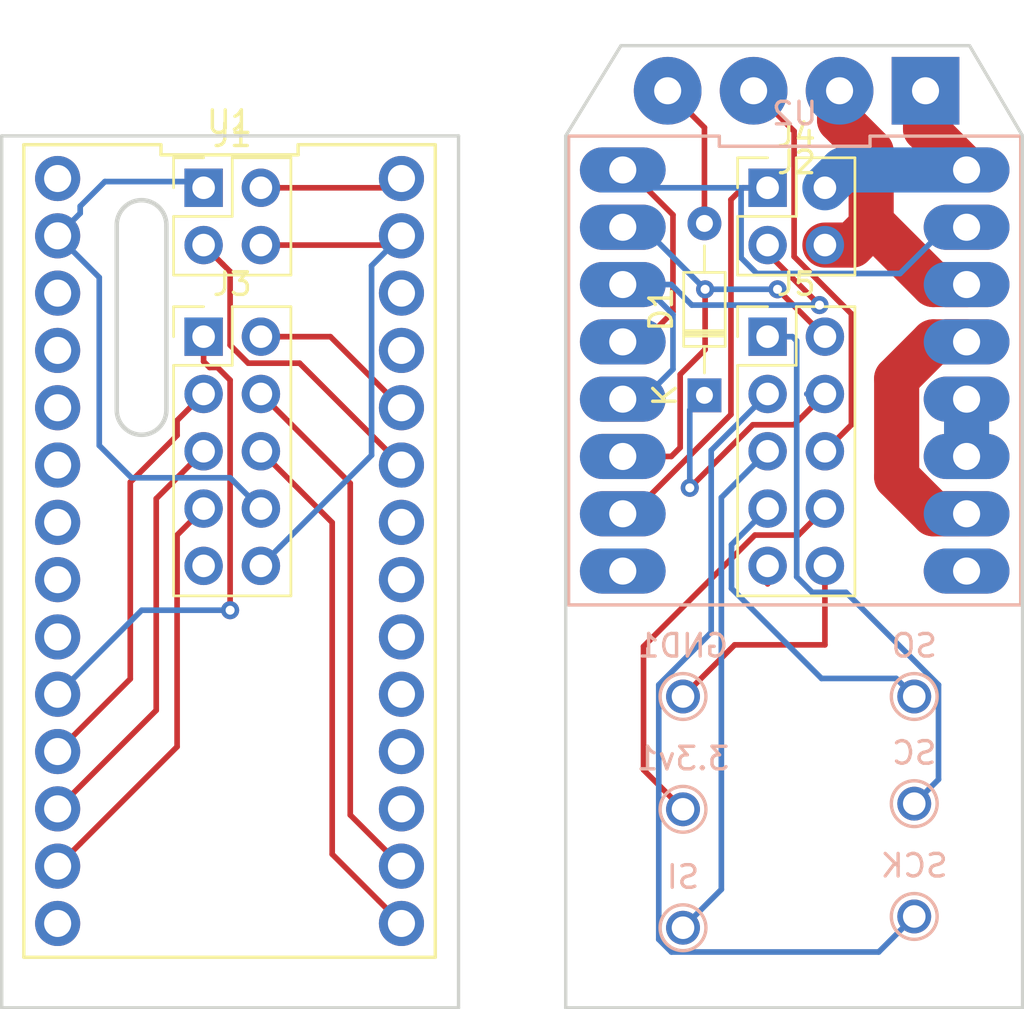
<source format=kicad_pcb>
(kicad_pcb (version 20171130) (host pcbnew 5.1.5+dfsg1-2build2)

  (general
    (thickness 1.6)
    (drawings 14)
    (tracks 173)
    (zones 0)
    (modules 14)
    (nets 28)
  )

  (page A4)
  (layers
    (0 F.Cu signal)
    (31 B.Cu signal)
    (32 B.Adhes user)
    (33 F.Adhes user)
    (34 B.Paste user)
    (35 F.Paste user)
    (36 B.SilkS user)
    (37 F.SilkS user)
    (38 B.Mask user)
    (39 F.Mask user)
    (40 Dwgs.User user)
    (41 Cmts.User user)
    (42 Eco1.User user)
    (43 Eco2.User user)
    (44 Edge.Cuts user)
    (45 Margin user)
    (46 B.CrtYd user)
    (47 F.CrtYd user)
    (48 B.Fab user)
    (49 F.Fab user)
  )

  (setup
    (last_trace_width 0.25)
    (trace_clearance 0.2)
    (zone_clearance 0.508)
    (zone_45_only no)
    (trace_min 0.2)
    (via_size 0.8)
    (via_drill 0.4)
    (via_min_size 0.4)
    (via_min_drill 0.3)
    (uvia_size 0.3)
    (uvia_drill 0.1)
    (uvias_allowed no)
    (uvia_min_size 0.2)
    (uvia_min_drill 0.1)
    (edge_width 0.2)
    (segment_width 0.2)
    (pcb_text_width 0.3)
    (pcb_text_size 1.5 1.5)
    (mod_edge_width 0.15)
    (mod_text_size 1 1)
    (mod_text_width 0.15)
    (pad_size 1.524 1.524)
    (pad_drill 0.762)
    (pad_to_mask_clearance 0.051)
    (solder_mask_min_width 0.25)
    (aux_axis_origin 0 0)
    (visible_elements FFFFFF7F)
    (pcbplotparams
      (layerselection 0x010f0_ffffffff)
      (usegerberextensions false)
      (usegerberattributes false)
      (usegerberadvancedattributes false)
      (creategerberjobfile false)
      (excludeedgelayer true)
      (linewidth 0.100000)
      (plotframeref false)
      (viasonmask false)
      (mode 1)
      (useauxorigin false)
      (hpglpennumber 1)
      (hpglpenspeed 20)
      (hpglpendiameter 15.000000)
      (psnegative false)
      (psa4output false)
      (plotreference true)
      (plotvalue true)
      (plotinvisibletext false)
      (padsonsilk false)
      (subtractmaskfromsilk false)
      (outputformat 1)
      (mirror false)
      (drillshape 0)
      (scaleselection 1)
      (outputdirectory ""))
  )

  (net 0 "")
  (net 1 "Net-(J3-Pad2)")
  (net 2 +BATT)
  (net 3 "Net-(J1-Pad3)")
  (net 4 "Net-(J1-Pad4)")
  (net 5 "Net-(D1-Pad1)")
  (net 6 "Net-(J2-Pad3)")
  (net 7 "Net-(J3-Pad1)")
  (net 8 "Net-(D1-Pad2)")
  (net 9 "Net-(J1-Pad2)")
  (net 10 "Net-(J3-Pad3)")
  (net 11 "Net-(J3-Pad4)")
  (net 12 "Net-(J3-Pad5)")
  (net 13 "Net-(J5-Pad1)")
  (net 14 "Net-(J5-Pad5)")
  (net 15 "Net-(J5-Pad3)")
  (net 16 "Net-(J5-Pad2)")
  (net 17 "Net-(J4-Pad3)")
  (net 18 "Net-(J3-Pad7)")
  (net 19 "Net-(J3-Pad6)")
  (net 20 "Net-(J5-Pad7)")
  (net 21 "Net-(J1-Pad1)")
  (net 22 +3.3VP)
  (net 23 GNDPWR)
  (net 24 M-)
  (net 25 M+)
  (net 26 "Net-(3.3v1-Pad1)")
  (net 27 "Net-(GND1-Pad1)")

  (net_class Default "This is the default net class."
    (clearance 0.2)
    (trace_width 0.25)
    (via_dia 0.8)
    (via_drill 0.4)
    (uvia_dia 0.3)
    (uvia_drill 0.1)
    (add_net +3.3VP)
    (add_net M+)
    (add_net M-)
    (add_net "Net-(3.3v1-Pad1)")
    (add_net "Net-(D1-Pad1)")
    (add_net "Net-(D1-Pad2)")
    (add_net "Net-(GND1-Pad1)")
    (add_net "Net-(J1-Pad1)")
    (add_net "Net-(J1-Pad2)")
    (add_net "Net-(J1-Pad3)")
    (add_net "Net-(J1-Pad4)")
    (add_net "Net-(J2-Pad3)")
    (add_net "Net-(J3-Pad1)")
    (add_net "Net-(J3-Pad2)")
    (add_net "Net-(J3-Pad3)")
    (add_net "Net-(J3-Pad4)")
    (add_net "Net-(J3-Pad5)")
    (add_net "Net-(J3-Pad6)")
    (add_net "Net-(J3-Pad7)")
    (add_net "Net-(J4-Pad3)")
    (add_net "Net-(J5-Pad1)")
    (add_net "Net-(J5-Pad2)")
    (add_net "Net-(J5-Pad3)")
    (add_net "Net-(J5-Pad5)")
    (add_net "Net-(J5-Pad7)")
  )

  (net_class Power ""
    (clearance 0.2)
    (trace_width 2)
    (via_dia 2)
    (via_drill 0.8)
    (uvia_dia 0.3)
    (uvia_drill 0.1)
    (add_net +BATT)
    (add_net GNDPWR)
  )

  (module Connector_Wire:SolderWirePad_1x01_Pad1.5mm_Drill1mm (layer B.Cu) (tedit 5D6A6CA3) (tstamp 60808BFC)
    (at 53.5 47.5)
    (path /60828589)
    (fp_text reference GND1 (at 0 -2.25) (layer B.SilkS)
      (effects (font (size 1 1) (thickness 0.15)) (justify mirror))
    )
    (fp_text value Conn_01x01 (at 0 2.25) (layer B.Fab)
      (effects (font (size 1 1) (thickness 0.15)) (justify mirror))
    )
    (fp_circle (center 0 0) (end 1.143 -0.508) (layer B.CrtYd) (width 0.15))
    (fp_circle (center 0 0) (end 1.016 0) (layer B.SilkS) (width 0.15))
    (pad 1 thru_hole circle (at 0 0) (size 1.5 1.5) (drill 1) (layers *.Cu *.Mask)
      (net 27 "Net-(GND1-Pad1)"))
  )

  (module Connector_Wire:SolderWirePad_1x01_Pad1.5mm_Drill1mm (layer B.Cu) (tedit 5D6A6CA3) (tstamp 60807064)
    (at 53.5 52.5)
    (path /60828583)
    (fp_text reference 3.3v1 (at 0 -2.25) (layer B.SilkS)
      (effects (font (size 1 1) (thickness 0.15)) (justify mirror))
    )
    (fp_text value Conn_01x01 (at 0 2.25) (layer B.Fab)
      (effects (font (size 1 1) (thickness 0.15)) (justify mirror))
    )
    (fp_circle (center 0 0) (end 1.143 -0.508) (layer B.CrtYd) (width 0.15))
    (fp_circle (center 0 0) (end 1.016 0) (layer B.SilkS) (width 0.15))
    (pad 1 thru_hole circle (at 0 0) (size 1.5 1.5) (drill 1) (layers *.Cu *.Mask)
      (net 26 "Net-(3.3v1-Pad1)"))
  )

  (module Connector_PinHeader_2.54mm:PinHeader_2x02_P2.54mm_Vertical (layer F.Cu) (tedit 59FED5CC) (tstamp 5D7102A8)
    (at 32.25 24.95)
    (descr "Through hole straight pin header, 2x02, 2.54mm pitch, double rows")
    (tags "Through hole pin header THT 2x02 2.54mm double row")
    (path /5D83791E)
    (fp_text reference J1 (at 1.27 -2.33) (layer F.SilkS)
      (effects (font (size 1 1) (thickness 0.15)))
    )
    (fp_text value Conn_02x02_Odd_Even (at 1.27 4.87) (layer F.Fab)
      (effects (font (size 1 1) (thickness 0.15)))
    )
    (fp_text user %R (at 1.27 1.27 90) (layer F.Fab)
      (effects (font (size 1 1) (thickness 0.15)))
    )
    (fp_line (start 4.35 -1.8) (end -1.8 -1.8) (layer F.CrtYd) (width 0.05))
    (fp_line (start 4.35 4.35) (end 4.35 -1.8) (layer F.CrtYd) (width 0.05))
    (fp_line (start -1.8 4.35) (end 4.35 4.35) (layer F.CrtYd) (width 0.05))
    (fp_line (start -1.8 -1.8) (end -1.8 4.35) (layer F.CrtYd) (width 0.05))
    (fp_line (start -1.33 -1.33) (end 0 -1.33) (layer F.SilkS) (width 0.12))
    (fp_line (start -1.33 0) (end -1.33 -1.33) (layer F.SilkS) (width 0.12))
    (fp_line (start 1.27 -1.33) (end 3.87 -1.33) (layer F.SilkS) (width 0.12))
    (fp_line (start 1.27 1.27) (end 1.27 -1.33) (layer F.SilkS) (width 0.12))
    (fp_line (start -1.33 1.27) (end 1.27 1.27) (layer F.SilkS) (width 0.12))
    (fp_line (start 3.87 -1.33) (end 3.87 3.87) (layer F.SilkS) (width 0.12))
    (fp_line (start -1.33 1.27) (end -1.33 3.87) (layer F.SilkS) (width 0.12))
    (fp_line (start -1.33 3.87) (end 3.87 3.87) (layer F.SilkS) (width 0.12))
    (fp_line (start -1.27 0) (end 0 -1.27) (layer F.Fab) (width 0.1))
    (fp_line (start -1.27 3.81) (end -1.27 0) (layer F.Fab) (width 0.1))
    (fp_line (start 3.81 3.81) (end -1.27 3.81) (layer F.Fab) (width 0.1))
    (fp_line (start 3.81 -1.27) (end 3.81 3.81) (layer F.Fab) (width 0.1))
    (fp_line (start 0 -1.27) (end 3.81 -1.27) (layer F.Fab) (width 0.1))
    (pad 4 thru_hole oval (at 2.54 2.54) (size 1.7 1.7) (drill 1) (layers *.Cu *.Mask)
      (net 4 "Net-(J1-Pad4)"))
    (pad 3 thru_hole oval (at 0 2.54) (size 1.7 1.7) (drill 1) (layers *.Cu *.Mask)
      (net 3 "Net-(J1-Pad3)"))
    (pad 2 thru_hole oval (at 2.54 0) (size 1.7 1.7) (drill 1) (layers *.Cu *.Mask)
      (net 9 "Net-(J1-Pad2)"))
    (pad 1 thru_hole rect (at 0 0) (size 1.7 1.7) (drill 1) (layers *.Cu *.Mask)
      (net 21 "Net-(J1-Pad1)"))
    (model ${KISYS3DMOD}/Connector_PinHeader_2.54mm.3dshapes/PinHeader_2x02_P2.54mm_Vertical.wrl
      (at (xyz 0 0 0))
      (scale (xyz 1 1 1))
      (rotate (xyz 0 0 0))
    )
  )

  (module Connector_Wire:SolderWirePad_1x01_Pad1.5mm_Drill1mm (layer B.Cu) (tedit 5D6A6CA3) (tstamp 5D7485DB)
    (at 63.75 52.25)
    (path /5D815687)
    (fp_text reference SC (at 0 -2.25) (layer B.SilkS)
      (effects (font (size 1 1) (thickness 0.15)) (justify mirror))
    )
    (fp_text value Conn_01x01 (at 0 2.25) (layer B.Fab)
      (effects (font (size 1 1) (thickness 0.15)) (justify mirror))
    )
    (fp_circle (center 0 0) (end 1.143 -0.508) (layer B.CrtYd) (width 0.15))
    (fp_circle (center 0 0) (end 1.016 0) (layer B.SilkS) (width 0.15))
    (pad 1 thru_hole circle (at 0 0) (size 1.5 1.5) (drill 1) (layers *.Cu *.Mask)
      (net 13 "Net-(J5-Pad1)"))
  )

  (module Connector_Wire:SolderWirePad_1x01_Pad1.5mm_Drill1mm (layer B.Cu) (tedit 5D6A6CA3) (tstamp 5D7485D5)
    (at 63.75 57.25)
    (path /5D81111A)
    (fp_text reference SCK (at 0 -2.25) (layer B.SilkS)
      (effects (font (size 1 1) (thickness 0.15)) (justify mirror))
    )
    (fp_text value Conn_01x01 (at 0 2.25) (layer B.Fab)
      (effects (font (size 1 1) (thickness 0.15)) (justify mirror))
    )
    (fp_circle (center 0 0) (end 1.016 0) (layer B.SilkS) (width 0.15))
    (fp_circle (center 0 0) (end 1.143 -0.508) (layer B.CrtYd) (width 0.15))
    (pad 1 thru_hole circle (at 0 0) (size 1.5 1.5) (drill 1) (layers *.Cu *.Mask)
      (net 15 "Net-(J5-Pad3)"))
  )

  (module Connector_Wire:SolderWirePad_1x01_Pad1.5mm_Drill1mm (layer B.Cu) (tedit 5D6A6CA3) (tstamp 5D7485CF)
    (at 53.5 57.75)
    (path /5D80CBAF)
    (fp_text reference SI (at 0 -2.25) (layer B.SilkS)
      (effects (font (size 1 1) (thickness 0.15)) (justify mirror))
    )
    (fp_text value Conn_01x01 (at 0 2.25) (layer B.Fab)
      (effects (font (size 1 1) (thickness 0.15)) (justify mirror))
    )
    (fp_circle (center 0 0) (end 1.143 -0.508) (layer B.CrtYd) (width 0.15))
    (fp_circle (center 0 0) (end 1.016 0) (layer B.SilkS) (width 0.15))
    (pad 1 thru_hole circle (at 0 0) (size 1.5 1.5) (drill 1) (layers *.Cu *.Mask)
      (net 14 "Net-(J5-Pad5)"))
  )

  (module Connector_Wire:SolderWirePad_1x01_Pad1.5mm_Drill1mm (layer B.Cu) (tedit 5D6A6CA3) (tstamp 5D7485C9)
    (at 63.75 47.5)
    (path /5D80CB38)
    (fp_text reference SO (at 0 -2.25) (layer B.SilkS)
      (effects (font (size 1 1) (thickness 0.15)) (justify mirror))
    )
    (fp_text value Conn_01x01 (at 0 2.25) (layer B.Fab)
      (effects (font (size 1 1) (thickness 0.15)) (justify mirror))
    )
    (fp_circle (center 0 0) (end 1.016 0) (layer B.SilkS) (width 0.15))
    (fp_circle (center 0 0) (end 1.143 -0.508) (layer B.CrtYd) (width 0.15))
    (pad 1 thru_hole circle (at 0 0) (size 1.5 1.5) (drill 1) (layers *.Cu *.Mask)
      (net 20 "Net-(J5-Pad7)"))
  )

  (module Connector_PinHeader_2.54mm:PinHeader_2x02_P2.54mm_Vertical (layer F.Cu) (tedit 59FED5CC) (tstamp 5D748A68)
    (at 57.25 24.95)
    (descr "Through hole straight pin header, 2x02, 2.54mm pitch, double rows")
    (tags "Through hole pin header THT 2x02 2.54mm double row")
    (path /5D84BF83)
    (fp_text reference J4 (at 1.27 -2.33) (layer F.SilkS)
      (effects (font (size 1 1) (thickness 0.15)))
    )
    (fp_text value Conn_02x02_Odd_Even (at 1.27 4.87) (layer F.Fab)
      (effects (font (size 1 1) (thickness 0.15)))
    )
    (fp_text user %R (at 1.27 1.27 90) (layer F.Fab)
      (effects (font (size 1 1) (thickness 0.15)))
    )
    (fp_line (start 4.35 -1.8) (end -1.8 -1.8) (layer F.CrtYd) (width 0.05))
    (fp_line (start 4.35 4.35) (end 4.35 -1.8) (layer F.CrtYd) (width 0.05))
    (fp_line (start -1.8 4.35) (end 4.35 4.35) (layer F.CrtYd) (width 0.05))
    (fp_line (start -1.8 -1.8) (end -1.8 4.35) (layer F.CrtYd) (width 0.05))
    (fp_line (start -1.33 -1.33) (end 0 -1.33) (layer F.SilkS) (width 0.12))
    (fp_line (start -1.33 0) (end -1.33 -1.33) (layer F.SilkS) (width 0.12))
    (fp_line (start 1.27 -1.33) (end 3.87 -1.33) (layer F.SilkS) (width 0.12))
    (fp_line (start 1.27 1.27) (end 1.27 -1.33) (layer F.SilkS) (width 0.12))
    (fp_line (start -1.33 1.27) (end 1.27 1.27) (layer F.SilkS) (width 0.12))
    (fp_line (start 3.87 -1.33) (end 3.87 3.87) (layer F.SilkS) (width 0.12))
    (fp_line (start -1.33 1.27) (end -1.33 3.87) (layer F.SilkS) (width 0.12))
    (fp_line (start -1.33 3.87) (end 3.87 3.87) (layer F.SilkS) (width 0.12))
    (fp_line (start -1.27 0) (end 0 -1.27) (layer F.Fab) (width 0.1))
    (fp_line (start -1.27 3.81) (end -1.27 0) (layer F.Fab) (width 0.1))
    (fp_line (start 3.81 3.81) (end -1.27 3.81) (layer F.Fab) (width 0.1))
    (fp_line (start 3.81 -1.27) (end 3.81 3.81) (layer F.Fab) (width 0.1))
    (fp_line (start 0 -1.27) (end 3.81 -1.27) (layer F.Fab) (width 0.1))
    (pad 4 thru_hole oval (at 2.54 2.54) (size 1.7 1.7) (drill 1) (layers *.Cu *.Mask)
      (net 23 GNDPWR))
    (pad 3 thru_hole oval (at 0 2.54) (size 1.7 1.7) (drill 1) (layers *.Cu *.Mask)
      (net 17 "Net-(J4-Pad3)"))
    (pad 2 thru_hole oval (at 2.54 0) (size 1.7 1.7) (drill 1) (layers *.Cu *.Mask)
      (net 2 +BATT))
    (pad 1 thru_hole rect (at 0 0) (size 1.7 1.7) (drill 1) (layers *.Cu *.Mask)
      (net 22 +3.3VP))
    (model ${KISYS3DMOD}/Connector_PinHeader_2.54mm.3dshapes/PinHeader_2x02_P2.54mm_Vertical.wrl
      (at (xyz 0 0 0))
      (scale (xyz 1 1 1))
      (rotate (xyz 0 0 0))
    )
  )

  (module Connector_PinHeader_2.54mm:PinHeader_2x05_P2.54mm_Vertical (layer F.Cu) (tedit 59FED5CC) (tstamp 5D7102A7)
    (at 57.25 31.55)
    (descr "Through hole straight pin header, 2x05, 2.54mm pitch, double rows")
    (tags "Through hole pin header THT 2x05 2.54mm double row")
    (path /5D851177)
    (fp_text reference J5 (at 1.27 -2.33) (layer F.SilkS)
      (effects (font (size 1 1) (thickness 0.15)))
    )
    (fp_text value Conn_02x05_Odd_Even (at 1.27 12.49) (layer F.Fab)
      (effects (font (size 1 1) (thickness 0.15)))
    )
    (fp_text user %R (at 1.27 5.08 90) (layer F.Fab)
      (effects (font (size 1 1) (thickness 0.15)))
    )
    (fp_line (start 4.35 -1.8) (end -1.8 -1.8) (layer F.CrtYd) (width 0.05))
    (fp_line (start 4.35 11.95) (end 4.35 -1.8) (layer F.CrtYd) (width 0.05))
    (fp_line (start -1.8 11.95) (end 4.35 11.95) (layer F.CrtYd) (width 0.05))
    (fp_line (start -1.8 -1.8) (end -1.8 11.95) (layer F.CrtYd) (width 0.05))
    (fp_line (start -1.33 -1.33) (end 0 -1.33) (layer F.SilkS) (width 0.12))
    (fp_line (start -1.33 0) (end -1.33 -1.33) (layer F.SilkS) (width 0.12))
    (fp_line (start 1.27 -1.33) (end 3.87 -1.33) (layer F.SilkS) (width 0.12))
    (fp_line (start 1.27 1.27) (end 1.27 -1.33) (layer F.SilkS) (width 0.12))
    (fp_line (start -1.33 1.27) (end 1.27 1.27) (layer F.SilkS) (width 0.12))
    (fp_line (start 3.87 -1.33) (end 3.87 11.49) (layer F.SilkS) (width 0.12))
    (fp_line (start -1.33 1.27) (end -1.33 11.49) (layer F.SilkS) (width 0.12))
    (fp_line (start -1.33 11.49) (end 3.87 11.49) (layer F.SilkS) (width 0.12))
    (fp_line (start -1.27 0) (end 0 -1.27) (layer F.Fab) (width 0.1))
    (fp_line (start -1.27 11.43) (end -1.27 0) (layer F.Fab) (width 0.1))
    (fp_line (start 3.81 11.43) (end -1.27 11.43) (layer F.Fab) (width 0.1))
    (fp_line (start 3.81 -1.27) (end 3.81 11.43) (layer F.Fab) (width 0.1))
    (fp_line (start 0 -1.27) (end 3.81 -1.27) (layer F.Fab) (width 0.1))
    (pad 10 thru_hole oval (at 2.54 10.16) (size 1.7 1.7) (drill 1) (layers *.Cu *.Mask)
      (net 27 "Net-(GND1-Pad1)"))
    (pad 9 thru_hole oval (at 0 10.16) (size 1.7 1.7) (drill 1) (layers *.Cu *.Mask))
    (pad 8 thru_hole oval (at 2.54 7.62) (size 1.7 1.7) (drill 1) (layers *.Cu *.Mask)
      (net 26 "Net-(3.3v1-Pad1)"))
    (pad 7 thru_hole oval (at 0 7.62) (size 1.7 1.7) (drill 1) (layers *.Cu *.Mask)
      (net 20 "Net-(J5-Pad7)"))
    (pad 6 thru_hole oval (at 2.54 5.08) (size 1.7 1.7) (drill 1) (layers *.Cu *.Mask)
      (net 6 "Net-(J2-Pad3)"))
    (pad 5 thru_hole oval (at 0 5.08) (size 1.7 1.7) (drill 1) (layers *.Cu *.Mask)
      (net 14 "Net-(J5-Pad5)"))
    (pad 4 thru_hole oval (at 2.54 2.54) (size 1.7 1.7) (drill 1) (layers *.Cu *.Mask)
      (net 5 "Net-(D1-Pad1)"))
    (pad 3 thru_hole oval (at 0 2.54) (size 1.7 1.7) (drill 1) (layers *.Cu *.Mask)
      (net 15 "Net-(J5-Pad3)"))
    (pad 2 thru_hole oval (at 2.54 0) (size 1.7 1.7) (drill 1) (layers *.Cu *.Mask)
      (net 16 "Net-(J5-Pad2)"))
    (pad 1 thru_hole rect (at 0 0) (size 1.7 1.7) (drill 1) (layers *.Cu *.Mask)
      (net 13 "Net-(J5-Pad1)"))
    (model ${KISYS3DMOD}/Connector_PinHeader_2.54mm.3dshapes/PinHeader_2x05_P2.54mm_Vertical.wrl
      (at (xyz 0 0 0))
      (scale (xyz 1 1 1))
      (rotate (xyz 0 0 0))
    )
  )

  (module Connector_PinHeader_2.54mm:PinHeader_2x05_P2.54mm_Vertical (layer F.Cu) (tedit 59FED5CC) (tstamp 5D710269)
    (at 32.25 31.55)
    (descr "Through hole straight pin header, 2x05, 2.54mm pitch, double rows")
    (tags "Through hole pin header THT 2x05 2.54mm double row")
    (path /5D837975)
    (fp_text reference J3 (at 1.27 -2.33) (layer F.SilkS)
      (effects (font (size 1 1) (thickness 0.15)))
    )
    (fp_text value Conn_02x05_Odd_Even (at 1.27 12.49) (layer F.Fab)
      (effects (font (size 1 1) (thickness 0.15)))
    )
    (fp_text user %R (at 1.27 5.08 90) (layer F.Fab)
      (effects (font (size 1 1) (thickness 0.15)))
    )
    (fp_line (start 4.35 -1.8) (end -1.8 -1.8) (layer F.CrtYd) (width 0.05))
    (fp_line (start 4.35 11.95) (end 4.35 -1.8) (layer F.CrtYd) (width 0.05))
    (fp_line (start -1.8 11.95) (end 4.35 11.95) (layer F.CrtYd) (width 0.05))
    (fp_line (start -1.8 -1.8) (end -1.8 11.95) (layer F.CrtYd) (width 0.05))
    (fp_line (start -1.33 -1.33) (end 0 -1.33) (layer F.SilkS) (width 0.12))
    (fp_line (start -1.33 0) (end -1.33 -1.33) (layer F.SilkS) (width 0.12))
    (fp_line (start 1.27 -1.33) (end 3.87 -1.33) (layer F.SilkS) (width 0.12))
    (fp_line (start 1.27 1.27) (end 1.27 -1.33) (layer F.SilkS) (width 0.12))
    (fp_line (start -1.33 1.27) (end 1.27 1.27) (layer F.SilkS) (width 0.12))
    (fp_line (start 3.87 -1.33) (end 3.87 11.49) (layer F.SilkS) (width 0.12))
    (fp_line (start -1.33 1.27) (end -1.33 11.49) (layer F.SilkS) (width 0.12))
    (fp_line (start -1.33 11.49) (end 3.87 11.49) (layer F.SilkS) (width 0.12))
    (fp_line (start -1.27 0) (end 0 -1.27) (layer F.Fab) (width 0.1))
    (fp_line (start -1.27 11.43) (end -1.27 0) (layer F.Fab) (width 0.1))
    (fp_line (start 3.81 11.43) (end -1.27 11.43) (layer F.Fab) (width 0.1))
    (fp_line (start 3.81 -1.27) (end 3.81 11.43) (layer F.Fab) (width 0.1))
    (fp_line (start 0 -1.27) (end 3.81 -1.27) (layer F.Fab) (width 0.1))
    (pad 10 thru_hole oval (at 2.54 10.16) (size 1.7 1.7) (drill 1) (layers *.Cu *.Mask)
      (net 4 "Net-(J1-Pad4)"))
    (pad 9 thru_hole oval (at 0 10.16) (size 1.7 1.7) (drill 1) (layers *.Cu *.Mask))
    (pad 8 thru_hole oval (at 2.54 7.62) (size 1.7 1.7) (drill 1) (layers *.Cu *.Mask)
      (net 21 "Net-(J1-Pad1)"))
    (pad 7 thru_hole oval (at 0 7.62) (size 1.7 1.7) (drill 1) (layers *.Cu *.Mask)
      (net 18 "Net-(J3-Pad7)"))
    (pad 6 thru_hole oval (at 2.54 5.08) (size 1.7 1.7) (drill 1) (layers *.Cu *.Mask)
      (net 19 "Net-(J3-Pad6)"))
    (pad 5 thru_hole oval (at 0 5.08) (size 1.7 1.7) (drill 1) (layers *.Cu *.Mask)
      (net 12 "Net-(J3-Pad5)"))
    (pad 4 thru_hole oval (at 2.54 2.54) (size 1.7 1.7) (drill 1) (layers *.Cu *.Mask)
      (net 11 "Net-(J3-Pad4)"))
    (pad 3 thru_hole oval (at 0 2.54) (size 1.7 1.7) (drill 1) (layers *.Cu *.Mask)
      (net 10 "Net-(J3-Pad3)"))
    (pad 2 thru_hole oval (at 2.54 0) (size 1.7 1.7) (drill 1) (layers *.Cu *.Mask)
      (net 1 "Net-(J3-Pad2)"))
    (pad 1 thru_hole rect (at 0 0) (size 1.7 1.7) (drill 1) (layers *.Cu *.Mask)
      (net 7 "Net-(J3-Pad1)"))
    (model ${KISYS3DMOD}/Connector_PinHeader_2.54mm.3dshapes/PinHeader_2x05_P2.54mm_Vertical.wrl
      (at (xyz 0 0 0))
      (scale (xyz 1 1 1))
      (rotate (xyz 0 0 0))
    )
  )

  (module Diode_THT:D_DO-34_SOD68_P7.62mm_Horizontal (layer F.Cu) (tedit 5AE50CD5) (tstamp 5D71020B)
    (at 54.45 34.15 90)
    (descr "Diode, DO-34_SOD68 series, Axial, Horizontal, pin pitch=7.62mm, , length*diameter=3.04*1.6mm^2, , https://www.nxp.com/docs/en/data-sheet/KTY83_SER.pdf")
    (tags "Diode DO-34_SOD68 series Axial Horizontal pin pitch 7.62mm  length 3.04mm diameter 1.6mm")
    (path /5D66F4E1)
    (fp_text reference D1 (at 3.81 -1.92 90) (layer F.SilkS)
      (effects (font (size 1 1) (thickness 0.15)))
    )
    (fp_text value 1N4001 (at 3.81 1.92 90) (layer F.Fab)
      (effects (font (size 1 1) (thickness 0.15)))
    )
    (fp_text user K (at 0 -1.75 90) (layer F.SilkS)
      (effects (font (size 1 1) (thickness 0.15)))
    )
    (fp_text user K (at 0 -1.75 90) (layer F.Fab)
      (effects (font (size 1 1) (thickness 0.15)))
    )
    (fp_text user %R (at 4.038 0 90) (layer F.Fab)
      (effects (font (size 0.608 0.608) (thickness 0.0912)))
    )
    (fp_line (start 8.63 -1.05) (end -1 -1.05) (layer F.CrtYd) (width 0.05))
    (fp_line (start 8.63 1.05) (end 8.63 -1.05) (layer F.CrtYd) (width 0.05))
    (fp_line (start -1 1.05) (end 8.63 1.05) (layer F.CrtYd) (width 0.05))
    (fp_line (start -1 -1.05) (end -1 1.05) (layer F.CrtYd) (width 0.05))
    (fp_line (start 2.626 -0.92) (end 2.626 0.92) (layer F.SilkS) (width 0.12))
    (fp_line (start 2.866 -0.92) (end 2.866 0.92) (layer F.SilkS) (width 0.12))
    (fp_line (start 2.746 -0.92) (end 2.746 0.92) (layer F.SilkS) (width 0.12))
    (fp_line (start 6.63 0) (end 5.45 0) (layer F.SilkS) (width 0.12))
    (fp_line (start 0.99 0) (end 2.17 0) (layer F.SilkS) (width 0.12))
    (fp_line (start 5.45 -0.92) (end 2.17 -0.92) (layer F.SilkS) (width 0.12))
    (fp_line (start 5.45 0.92) (end 5.45 -0.92) (layer F.SilkS) (width 0.12))
    (fp_line (start 2.17 0.92) (end 5.45 0.92) (layer F.SilkS) (width 0.12))
    (fp_line (start 2.17 -0.92) (end 2.17 0.92) (layer F.SilkS) (width 0.12))
    (fp_line (start 2.646 -0.8) (end 2.646 0.8) (layer F.Fab) (width 0.1))
    (fp_line (start 2.846 -0.8) (end 2.846 0.8) (layer F.Fab) (width 0.1))
    (fp_line (start 2.746 -0.8) (end 2.746 0.8) (layer F.Fab) (width 0.1))
    (fp_line (start 7.62 0) (end 5.33 0) (layer F.Fab) (width 0.1))
    (fp_line (start 0 0) (end 2.29 0) (layer F.Fab) (width 0.1))
    (fp_line (start 5.33 -0.8) (end 2.29 -0.8) (layer F.Fab) (width 0.1))
    (fp_line (start 5.33 0.8) (end 5.33 -0.8) (layer F.Fab) (width 0.1))
    (fp_line (start 2.29 0.8) (end 5.33 0.8) (layer F.Fab) (width 0.1))
    (fp_line (start 2.29 -0.8) (end 2.29 0.8) (layer F.Fab) (width 0.1))
    (pad 2 thru_hole oval (at 7.62 0 90) (size 1.5 1.5) (drill 0.75) (layers *.Cu *.Mask)
      (net 8 "Net-(D1-Pad2)"))
    (pad 1 thru_hole rect (at 0 0 90) (size 1.5 1.5) (drill 0.75) (layers *.Cu *.Mask)
      (net 5 "Net-(D1-Pad1)"))
    (model ${KISYS3DMOD}/Diode_THT.3dshapes/D_DO-34_SOD68_P7.62mm_Horizontal.wrl
      (at (xyz 0 0 0))
      (scale (xyz 1 1 1))
      (rotate (xyz 0 0 0))
    )
  )

  (module Connector_Wire:SolderWirePad_1x04_P3.81mm_Drill1.2mm (layer F.Cu) (tedit 5AEE5FD1) (tstamp 5D6F70C0)
    (at 64.25 20.65 180)
    (descr "Wire solder connection")
    (tags connector)
    (path /5D6AAD2A)
    (attr virtual)
    (fp_text reference J2 (at 5.715 -3.175 180) (layer F.SilkS)
      (effects (font (size 1 1) (thickness 0.15)))
    )
    (fp_text value Conn_01x04 (at 5.715 3.175 180) (layer F.Fab)
      (effects (font (size 1 1) (thickness 0.15)))
    )
    (fp_line (start 13.43 2) (end -1.99 2) (layer F.CrtYd) (width 0.05))
    (fp_line (start 13.43 2) (end 13.43 -2) (layer F.CrtYd) (width 0.05))
    (fp_line (start -1.99 -2) (end -1.99 2) (layer F.CrtYd) (width 0.05))
    (fp_line (start -1.99 -2) (end 13.43 -2) (layer F.CrtYd) (width 0.05))
    (fp_text user %R (at 5.715 0 180) (layer F.Fab)
      (effects (font (size 1 1) (thickness 0.15)))
    )
    (pad 4 thru_hole circle (at 11.43 0 180) (size 2.99974 2.99974) (drill 1.19888) (layers *.Cu *.Mask)
      (net 8 "Net-(D1-Pad2)"))
    (pad 3 thru_hole circle (at 7.62 0 180) (size 2.99974 2.99974) (drill 1.19888) (layers *.Cu *.Mask)
      (net 6 "Net-(J2-Pad3)"))
    (pad 2 thru_hole circle (at 3.81 0 180) (size 2.99974 2.99974) (drill 1.19888) (layers *.Cu *.Mask)
      (net 23 GNDPWR))
    (pad 1 thru_hole rect (at 0 0 180) (size 2.99974 2.99974) (drill 1.19888) (layers *.Cu *.Mask)
      (net 2 +BATT))
  )

  (module Package_DIP:DIP-16_600_ELL (layer B.Cu) (tedit 0) (tstamp 5D6F7094)
    (at 58.45 33.05 270)
    (path /5D66A310)
    (fp_text reference U2 (at -11.39 0 180) (layer B.SilkS)
      (effects (font (size 1 1) (thickness 0.15)) (justify mirror))
    )
    (fp_text value TB6612FNG (at 0 0 270) (layer B.Fab)
      (effects (font (size 1 1) (thickness 0.15)) (justify mirror))
    )
    (fp_line (start -10.55 -10.15) (end -10.55 10.15) (layer B.CrtYd) (width 0.05))
    (fp_line (start 10.55 -10.15) (end -10.55 -10.15) (layer B.CrtYd) (width 0.05))
    (fp_line (start 10.55 10.15) (end 10.55 -10.15) (layer B.CrtYd) (width 0.05))
    (fp_line (start -10.55 10.15) (end 10.55 10.15) (layer B.CrtYd) (width 0.05))
    (fp_line (start -10.39 -3.339999) (end -10.39 -10.02) (layer B.SilkS) (width 0.15))
    (fp_line (start -9.94 -3.339999) (end -10.39 -3.339999) (layer B.SilkS) (width 0.15))
    (fp_line (start -9.94 3.34) (end -9.94 -3.339999) (layer B.SilkS) (width 0.15))
    (fp_line (start -10.39 3.34) (end -9.94 3.34) (layer B.SilkS) (width 0.15))
    (fp_line (start -10.39 10.02) (end -10.39 3.34) (layer B.SilkS) (width 0.15))
    (fp_line (start 10.39 10.02) (end -10.39 10.02) (layer B.SilkS) (width 0.15))
    (fp_line (start 10.39 -10.02) (end 10.39 10.02) (layer B.SilkS) (width 0.15))
    (fp_line (start -10.39 -10.02) (end 10.39 -10.02) (layer B.SilkS) (width 0.15))
    (pad 8 thru_hole oval (at 8.89 -7.62 270) (size 2 3.8) (drill 1.2) (layers *.Cu *.Mask))
    (pad 9 thru_hole oval (at 8.89 7.62 270) (size 2 3.8) (drill 1.2) (layers *.Cu *.Mask))
    (pad 7 thru_hole oval (at 6.35 -7.62 270) (size 2 3.8) (drill 1.2) (layers *.Cu *.Mask)
      (net 24 M-))
    (pad 10 thru_hole oval (at 6.35 7.62 270) (size 2 3.8) (drill 1.2) (layers *.Cu *.Mask)
      (net 22 +3.3VP))
    (pad 6 thru_hole oval (at 3.81 -7.62 270) (size 2 3.8) (drill 1.2) (layers *.Cu *.Mask)
      (net 25 M+))
    (pad 11 thru_hole oval (at 3.81 7.62 270) (size 2 3.8) (drill 1.2) (layers *.Cu *.Mask)
      (net 16 "Net-(J5-Pad2)"))
    (pad 5 thru_hole oval (at 1.27 -7.62 270) (size 2 3.8) (drill 1.2) (layers *.Cu *.Mask)
      (net 25 M+))
    (pad 12 thru_hole oval (at 1.27 7.62 270) (size 2 3.8) (drill 1.2) (layers *.Cu *.Mask)
      (net 17 "Net-(J4-Pad3)"))
    (pad 4 thru_hole oval (at -1.27 -7.62 270) (size 2 3.8) (drill 1.2) (layers *.Cu *.Mask)
      (net 24 M-))
    (pad 13 thru_hole oval (at -1.27 7.62 270) (size 2 3.8) (drill 1.2) (layers *.Cu *.Mask)
      (net 22 +3.3VP))
    (pad 3 thru_hole oval (at -3.81 -7.62 270) (size 2 3.8) (drill 1.2) (layers *.Cu *.Mask)
      (net 23 GNDPWR))
    (pad 14 thru_hole oval (at -3.81 7.62 270) (size 2 3.8) (drill 1.2) (layers *.Cu *.Mask)
      (net 17 "Net-(J4-Pad3)"))
    (pad 2 thru_hole oval (at -6.35 -7.62 270) (size 2 3.8) (drill 1.2) (layers *.Cu *.Mask)
      (net 22 +3.3VP))
    (pad 15 thru_hole oval (at -6.35 7.62 270) (size 2 3.8) (drill 1.2) (layers *.Cu *.Mask)
      (net 16 "Net-(J5-Pad2)"))
    (pad 1 thru_hole oval (at -8.89 -7.62 270) (size 2 3.8) (drill 1.2) (layers *.Cu *.Mask)
      (net 2 +BATT))
    (pad 16 thru_hole oval (at -8.89 7.62 270) (size 2 3.8) (drill 1.2) (layers *.Cu *.Mask)
      (net 22 +3.3VP))
  )

  (module Package_DIP:DIP-28_600 (layer F.Cu) (tedit 0) (tstamp 5D6F7074)
    (at 33.4 41.05 270)
    (path /5D6691BB)
    (fp_text reference U1 (at -19.01 0) (layer F.SilkS)
      (effects (font (size 1 1) (thickness 0.15)))
    )
    (fp_text value Itsybitsy (at 0 0 270) (layer F.Fab)
      (effects (font (size 1 1) (thickness 0.15)))
    )
    (fp_line (start -18.01 9.119999) (end 18.01 9.12) (layer F.SilkS) (width 0.15))
    (fp_line (start 18.01 9.12) (end 18.01 -9.119999) (layer F.SilkS) (width 0.15))
    (fp_line (start 18.01 -9.119999) (end -18.01 -9.12) (layer F.SilkS) (width 0.15))
    (fp_line (start -18.01 -9.12) (end -18.01 -3.04) (layer F.SilkS) (width 0.15))
    (fp_line (start -18.01 -3.04) (end -17.56 -3.04) (layer F.SilkS) (width 0.15))
    (fp_line (start -17.56 -3.04) (end -17.56 3.039999) (layer F.SilkS) (width 0.15))
    (fp_line (start -17.56 3.039999) (end -18.01 3.039999) (layer F.SilkS) (width 0.15))
    (fp_line (start -18.01 3.039999) (end -18.01 9.119999) (layer F.SilkS) (width 0.15))
    (fp_line (start -18.15 -9.25) (end 18.15 -9.25) (layer F.CrtYd) (width 0.05))
    (fp_line (start 18.15 -9.25) (end 18.15 9.25) (layer F.CrtYd) (width 0.05))
    (fp_line (start 18.15 9.25) (end -18.15 9.25) (layer F.CrtYd) (width 0.05))
    (fp_line (start -18.15 9.25) (end -18.15 -9.25) (layer F.CrtYd) (width 0.05))
    (pad 28 thru_hole circle (at -16.51 -7.62 270) (size 2 2) (drill 1.2) (layers *.Cu *.Mask)
      (net 9 "Net-(J1-Pad2)"))
    (pad 1 thru_hole circle (at -16.51 7.62 270) (size 2 2) (drill 1.2) (layers *.Cu *.Mask))
    (pad 27 thru_hole circle (at -13.97 -7.62 270) (size 2 2) (drill 1.2) (layers *.Cu *.Mask)
      (net 4 "Net-(J1-Pad4)"))
    (pad 2 thru_hole circle (at -13.97 7.62 270) (size 2 2) (drill 1.2) (layers *.Cu *.Mask)
      (net 21 "Net-(J1-Pad1)"))
    (pad 26 thru_hole circle (at -11.43 -7.62 270) (size 2 2) (drill 1.2) (layers *.Cu *.Mask))
    (pad 3 thru_hole circle (at -11.43 7.62 270) (size 2 2) (drill 1.2) (layers *.Cu *.Mask))
    (pad 25 thru_hole circle (at -8.89 -7.62 270) (size 2 2) (drill 1.2) (layers *.Cu *.Mask))
    (pad 4 thru_hole circle (at -8.89 7.62 270) (size 2 2) (drill 1.2) (layers *.Cu *.Mask))
    (pad 24 thru_hole circle (at -6.35 -7.62 270) (size 2 2) (drill 1.2) (layers *.Cu *.Mask)
      (net 1 "Net-(J3-Pad2)"))
    (pad 5 thru_hole circle (at -6.35 7.62 270) (size 2 2) (drill 1.2) (layers *.Cu *.Mask))
    (pad 23 thru_hole circle (at -3.81 -7.62 270) (size 2 2) (drill 1.2) (layers *.Cu *.Mask)
      (net 3 "Net-(J1-Pad3)"))
    (pad 6 thru_hole circle (at -3.81 7.62 270) (size 2 2) (drill 1.2) (layers *.Cu *.Mask))
    (pad 22 thru_hole circle (at -1.27 -7.62 270) (size 2 2) (drill 1.2) (layers *.Cu *.Mask))
    (pad 7 thru_hole circle (at -1.27 7.62 270) (size 2 2) (drill 1.2) (layers *.Cu *.Mask))
    (pad 21 thru_hole circle (at 1.27 -7.62 270) (size 2 2) (drill 1.2) (layers *.Cu *.Mask))
    (pad 8 thru_hole circle (at 1.27 7.62 270) (size 2 2) (drill 1.2) (layers *.Cu *.Mask))
    (pad 20 thru_hole circle (at 3.81 -7.62 270) (size 2 2) (drill 1.2) (layers *.Cu *.Mask))
    (pad 9 thru_hole circle (at 3.81 7.62 270) (size 2 2) (drill 1.2) (layers *.Cu *.Mask))
    (pad 19 thru_hole circle (at 6.35 -7.62 270) (size 2 2) (drill 1.2) (layers *.Cu *.Mask))
    (pad 10 thru_hole circle (at 6.35 7.62 270) (size 2 2) (drill 1.2) (layers *.Cu *.Mask)
      (net 7 "Net-(J3-Pad1)"))
    (pad 18 thru_hole circle (at 8.89 -7.62 270) (size 2 2) (drill 1.2) (layers *.Cu *.Mask))
    (pad 11 thru_hole circle (at 8.89 7.62 270) (size 2 2) (drill 1.2) (layers *.Cu *.Mask)
      (net 10 "Net-(J3-Pad3)"))
    (pad 17 thru_hole circle (at 11.43 -7.62 270) (size 2 2) (drill 1.2) (layers *.Cu *.Mask))
    (pad 12 thru_hole circle (at 11.43 7.62 270) (size 2 2) (drill 1.2) (layers *.Cu *.Mask)
      (net 12 "Net-(J3-Pad5)"))
    (pad 16 thru_hole circle (at 13.97 -7.62 270) (size 2 2) (drill 1.2) (layers *.Cu *.Mask)
      (net 11 "Net-(J3-Pad4)"))
    (pad 13 thru_hole circle (at 13.97 7.62 270) (size 2 2) (drill 1.2) (layers *.Cu *.Mask)
      (net 18 "Net-(J3-Pad7)"))
    (pad 15 thru_hole circle (at 16.51 -7.62 270) (size 2 2) (drill 1.2) (layers *.Cu *.Mask)
      (net 19 "Net-(J3-Pad6)"))
    (pad 14 thru_hole circle (at 16.51 7.62 270) (size 2 2) (drill 1.2) (layers *.Cu *.Mask))
  )

  (gr_arc (start 29.5 34.8) (end 28.4 34.8) (angle -180) (layer Edge.Cuts) (width 0.2) (tstamp 5D74991A))
  (gr_arc (start 29.5 26.6) (end 30.6 26.6) (angle -180) (layer Edge.Cuts) (width 0.2))
  (gr_line (start 28.4 34.75) (end 28.4 26.65) (layer Edge.Cuts) (width 0.2))
  (gr_line (start 30.6 26.65) (end 30.6 34.75) (layer Edge.Cuts) (width 0.2))
  (gr_line (start 43.55 22.65) (end 23.3 22.65) (layer Edge.Cuts) (width 0.15))
  (gr_line (start 48.3 22.65) (end 48.3 61.3) (layer Edge.Cuts) (width 0.15) (tstamp 5D7488A1))
  (gr_line (start 48.3 61.3) (end 68.55 61.3) (layer Edge.Cuts) (width 0.15) (tstamp 5D7488A0))
  (gr_line (start 68.55 61.3) (end 68.55 22.65) (layer Edge.Cuts) (width 0.15) (tstamp 5D74889F))
  (gr_line (start 50.75 18.65) (end 48.3 22.65) (layer Edge.Cuts) (width 0.15))
  (gr_line (start 66.2 18.65) (end 50.75 18.65) (layer Edge.Cuts) (width 0.15))
  (gr_line (start 68.55 22.65) (end 66.2 18.65) (layer Edge.Cuts) (width 0.15))
  (gr_line (start 43.55 61.3) (end 43.55 22.65) (layer Edge.Cuts) (width 0.15))
  (gr_line (start 23.3 61.3) (end 43.55 61.3) (layer Edge.Cuts) (width 0.15))
  (gr_line (start 23.3 22.65) (end 23.3 61.3) (layer Edge.Cuts) (width 0.15))

  (segment (start 57.25 42.51) (end 57.25 41.71) (width 0.25) (layer F.Cu) (net 0))
  (segment (start 37.87 31.55) (end 34.79 31.55) (width 0.25) (layer F.Cu) (net 1))
  (segment (start 41.02 34.7) (end 37.87 31.55) (width 0.25) (layer F.Cu) (net 1))
  (segment (start 60.58 24.16) (end 59.79 24.95) (width 2) (layer B.Cu) (net 2))
  (segment (start 66.07 24.16) (end 60.58 24.16) (width 2) (layer B.Cu) (net 2))
  (segment (start 64.25 22.34) (end 66.07 24.16) (width 2) (layer F.Cu) (net 2))
  (segment (start 64.25 20.65) (end 64.25 22.34) (width 2) (layer F.Cu) (net 2))
  (segment (start 33.099999 28.339999) (end 32.25 27.49) (width 0.25) (layer F.Cu) (net 3))
  (segment (start 33.425001 28.665001) (end 33.099999 28.339999) (width 0.25) (layer F.Cu) (net 3))
  (segment (start 33.425001 31.924003) (end 33.425001 28.665001) (width 0.25) (layer F.Cu) (net 3))
  (segment (start 34.225999 32.725001) (end 33.425001 31.924003) (width 0.25) (layer F.Cu) (net 3))
  (segment (start 36.505001 32.725001) (end 34.225999 32.725001) (width 0.25) (layer F.Cu) (net 3))
  (segment (start 41.02 37.24) (end 36.505001 32.725001) (width 0.25) (layer F.Cu) (net 3))
  (segment (start 40.61 27.49) (end 41.02 27.08) (width 0.25) (layer F.Cu) (net 4))
  (segment (start 34.79 27.49) (end 40.61 27.49) (width 0.25) (layer F.Cu) (net 4))
  (segment (start 41.02 27.08) (end 39.694999 28.405001) (width 0.25) (layer B.Cu) (net 4))
  (segment (start 35.639999 40.860001) (end 34.79 41.71) (width 0.25) (layer B.Cu) (net 4))
  (segment (start 39.694999 28.405001) (end 39.694999 36.805001) (width 0.25) (layer B.Cu) (net 4))
  (segment (start 39.694999 36.805001) (end 35.639999 40.860001) (width 0.25) (layer B.Cu) (net 4))
  (segment (start 59.79 34.09) (end 58.989002 34.09) (width 0.25) (layer F.Cu) (net 5))
  (segment (start 59.79 34.09) (end 58.989002 34.09) (width 0.25) (layer B.Cu) (net 5))
  (segment (start 58.425001 35.454999) (end 56.595001 35.454999) (width 0.25) (layer F.Cu) (net 5))
  (segment (start 59.79 34.09) (end 58.425001 35.454999) (width 0.25) (layer F.Cu) (net 5))
  (segment (start 56.595001 35.454999) (end 53.8 38.25) (width 0.25) (layer F.Cu) (net 5))
  (segment (start 53.8 38.25) (end 53.8 38.25) (width 0.25) (layer F.Cu) (net 5) (tstamp 5D74BBE9))
  (via (at 53.8 38.25) (size 0.8) (drill 0.4) (layers F.Cu B.Cu) (net 5))
  (segment (start 53.8 34.8) (end 54.45 34.15) (width 0.25) (layer B.Cu) (net 5))
  (segment (start 53.8 38.25) (end 53.8 34.8) (width 0.25) (layer B.Cu) (net 5))
  (segment (start 60.965001 30.538848) (end 58.425001 27.998848) (width 0.25) (layer F.Cu) (net 6))
  (segment (start 60.965001 35.454999) (end 60.965001 30.538848) (width 0.25) (layer F.Cu) (net 6))
  (segment (start 59.79 36.63) (end 60.965001 35.454999) (width 0.25) (layer F.Cu) (net 6))
  (segment (start 58.425001 22.445001) (end 56.63 20.65) (width 0.25) (layer F.Cu) (net 6))
  (segment (start 58.425001 27.998848) (end 58.425001 22.445001) (width 0.25) (layer F.Cu) (net 6))
  (segment (start 32.514999 32.914999) (end 32.864999 32.914999) (width 0.25) (layer F.Cu) (net 7))
  (segment (start 32.25 31.55) (end 32.25 32.65) (width 0.25) (layer F.Cu) (net 7))
  (segment (start 32.25 32.65) (end 32.514999 32.914999) (width 0.25) (layer F.Cu) (net 7))
  (segment (start 33.425001 33.475001) (end 33.425001 43.674999) (width 0.25) (layer F.Cu) (net 7))
  (segment (start 32.864999 32.914999) (end 33.425001 33.475001) (width 0.25) (layer F.Cu) (net 7))
  (segment (start 33.425001 43.674999) (end 33.425001 43.674999) (width 0.25) (layer F.Cu) (net 7) (tstamp 5D74AFD5))
  (via (at 33.425001 43.674999) (size 0.8) (drill 0.4) (layers F.Cu B.Cu) (net 7))
  (segment (start 29.505001 43.674999) (end 25.78 47.4) (width 0.25) (layer B.Cu) (net 7))
  (segment (start 33.425001 43.674999) (end 29.505001 43.674999) (width 0.25) (layer B.Cu) (net 7))
  (segment (start 54.45 22.28) (end 52.82 20.65) (width 0.25) (layer F.Cu) (net 8))
  (segment (start 54.45 26.53) (end 54.45 22.28) (width 0.25) (layer F.Cu) (net 8))
  (segment (start 40.61 24.95) (end 41.02 24.54) (width 0.25) (layer F.Cu) (net 9))
  (segment (start 34.79 24.95) (end 40.61 24.95) (width 0.25) (layer F.Cu) (net 9))
  (segment (start 29 46.72) (end 25.78 49.94) (width 0.25) (layer F.Cu) (net 10))
  (segment (start 29 38) (end 29 46.72) (width 0.25) (layer F.Cu) (net 10))
  (segment (start 31.074999 35.925001) (end 29 38) (width 0.25) (layer F.Cu) (net 10))
  (segment (start 32.25 34.09) (end 31.074999 35.265001) (width 0.25) (layer F.Cu) (net 10))
  (segment (start 31.074999 35.265001) (end 31.074999 35.925001) (width 0.25) (layer F.Cu) (net 10))
  (segment (start 40.020001 54.020001) (end 41.02 55.02) (width 0.25) (layer F.Cu) (net 11))
  (segment (start 38.75 52.75) (end 40.020001 54.020001) (width 0.25) (layer F.Cu) (net 11))
  (segment (start 38.75 38.05) (end 38.75 52.75) (width 0.25) (layer F.Cu) (net 11))
  (segment (start 34.79 34.09) (end 38.75 38.05) (width 0.25) (layer F.Cu) (net 11))
  (segment (start 32.25 36.63) (end 30.15 38.73) (width 0.25) (layer F.Cu) (net 12))
  (segment (start 30.15 48.11) (end 25.78 52.48) (width 0.25) (layer F.Cu) (net 12))
  (segment (start 30.15 38.73) (end 30.15 48.11) (width 0.25) (layer F.Cu) (net 12))
  (segment (start 58.538992 31.738992) (end 58.538992 42.197994) (width 0.25) (layer B.Cu) (net 13))
  (segment (start 58.35 31.55) (end 58.538992 31.738992) (width 0.25) (layer B.Cu) (net 13))
  (segment (start 57.25 31.55) (end 58.35 31.55) (width 0.25) (layer B.Cu) (net 13))
  (segment (start 64.499999 51.500001) (end 63.75 52.25) (width 0.25) (layer B.Cu) (net 13))
  (segment (start 60.726003 42.885001) (end 64.825001 46.983999) (width 0.25) (layer B.Cu) (net 13))
  (segment (start 64.825001 46.983999) (end 64.825001 51.174999) (width 0.25) (layer B.Cu) (net 13))
  (segment (start 59.225999 42.885001) (end 60.726003 42.885001) (width 0.25) (layer B.Cu) (net 13))
  (segment (start 64.825001 51.174999) (end 64.499999 51.500001) (width 0.25) (layer B.Cu) (net 13))
  (segment (start 58.538992 42.197994) (end 59.225999 42.885001) (width 0.25) (layer B.Cu) (net 13))
  (segment (start 57.25 36.63) (end 55.19999 38.68001) (width 0.25) (layer B.Cu) (net 14))
  (segment (start 55.19999 56.05001) (end 53.5 57.75) (width 0.25) (layer B.Cu) (net 14))
  (segment (start 55.19999 38.68001) (end 55.19999 56.05001) (width 0.25) (layer B.Cu) (net 14))
  (segment (start 57.25 34.09) (end 54.74998 36.59002) (width 0.25) (layer B.Cu) (net 15))
  (segment (start 62.174999 58.825001) (end 63.000001 57.999999) (width 0.25) (layer B.Cu) (net 15))
  (segment (start 52.983999 58.825001) (end 62.174999 58.825001) (width 0.25) (layer B.Cu) (net 15))
  (segment (start 52.424999 58.266001) (end 52.983999 58.825001) (width 0.25) (layer B.Cu) (net 15))
  (segment (start 63.000001 57.999999) (end 63.75 57.25) (width 0.25) (layer B.Cu) (net 15))
  (segment (start 52.424999 46.983999) (end 52.424999 58.266001) (width 0.25) (layer B.Cu) (net 15))
  (segment (start 54.74998 44.659018) (end 52.424999 46.983999) (width 0.25) (layer B.Cu) (net 15))
  (segment (start 54.74998 36.59002) (end 54.74998 44.659018) (width 0.25) (layer B.Cu) (net 15))
  (segment (start 49.93 36.86) (end 50.83 36.86) (width 0.25) (layer F.Cu) (net 16))
  (segment (start 50.83 26.7) (end 49.93 26.7) (width 0.25) (layer F.Cu) (net 16))
  (segment (start 51.73 36.86) (end 50.83 36.86) (width 0.25) (layer F.Cu) (net 16))
  (segment (start 59.79 31.55) (end 57.69 29.45) (width 0.25) (layer F.Cu) (net 16))
  (segment (start 57.69 29.45) (end 57.69 29.45) (width 0.25) (layer F.Cu) (net 16) (tstamp 5D74BBC6))
  (via (at 57.69 29.45) (size 0.8) (drill 0.4) (layers F.Cu B.Cu) (net 16))
  (segment (start 51.73 26.7) (end 50.83 26.7) (width 0.25) (layer B.Cu) (net 16))
  (segment (start 54.48 29.45) (end 54.48 29.45) (width 0.25) (layer B.Cu) (net 16))
  (segment (start 57.69 29.45) (end 54.48 29.45) (width 0.25) (layer B.Cu) (net 16))
  (segment (start 54.48 29.45) (end 51.73 26.7) (width 0.25) (layer B.Cu) (net 16) (tstamp 5D74BBC8))
  (via (at 54.48 29.45) (size 0.8) (drill 0.4) (layers F.Cu B.Cu) (net 16))
  (segment (start 53.374999 33.225001) (end 54.48 32.12) (width 0.25) (layer F.Cu) (net 16))
  (segment (start 53.374999 36.465001) (end 53.374999 33.225001) (width 0.25) (layer F.Cu) (net 16))
  (segment (start 50.83 36.86) (end 52.98 36.86) (width 0.25) (layer F.Cu) (net 16))
  (segment (start 54.48 32.12) (end 54.48 29.45) (width 0.25) (layer F.Cu) (net 16))
  (segment (start 52.98 36.86) (end 53.374999 36.465001) (width 0.25) (layer F.Cu) (net 16))
  (segment (start 52.98 29.24) (end 53.89 30.15) (width 0.25) (layer B.Cu) (net 17))
  (segment (start 50.83 29.24) (end 52.98 29.24) (width 0.25) (layer B.Cu) (net 17))
  (segment (start 53.89 30.15) (end 59.55 30.15) (width 0.25) (layer B.Cu) (net 17))
  (segment (start 59.55 30.15) (end 59.55 30.15) (width 0.25) (layer B.Cu) (net 17) (tstamp 5D74BBC3))
  (via (at 59.55 30.15) (size 0.8) (drill 0.4) (layers F.Cu B.Cu) (net 17))
  (segment (start 57.25 27.85) (end 57.25 27.49) (width 0.25) (layer F.Cu) (net 17))
  (segment (start 59.55 30.15) (end 57.25 27.85) (width 0.25) (layer F.Cu) (net 17))
  (segment (start 53.05501 30.56501) (end 51.73 29.24) (width 0.25) (layer B.Cu) (net 17))
  (segment (start 53.05501 32.99499) (end 53.05501 30.56501) (width 0.25) (layer B.Cu) (net 17))
  (segment (start 51.73 34.32) (end 53.05501 32.99499) (width 0.25) (layer B.Cu) (net 17))
  (segment (start 51.73 29.24) (end 50.83 29.24) (width 0.25) (layer B.Cu) (net 17))
  (segment (start 50.83 34.32) (end 51.73 34.32) (width 0.25) (layer B.Cu) (net 17))
  (segment (start 26.779999 54.020001) (end 25.78 55.02) (width 0.25) (layer F.Cu) (net 18))
  (segment (start 31.074999 49.725001) (end 26.779999 54.020001) (width 0.25) (layer F.Cu) (net 18))
  (segment (start 31.074999 40.345001) (end 31.074999 49.725001) (width 0.25) (layer F.Cu) (net 18))
  (segment (start 32.25 39.17) (end 31.074999 40.345001) (width 0.25) (layer F.Cu) (net 18))
  (segment (start 40.020001 56.560001) (end 41.02 57.56) (width 0.25) (layer F.Cu) (net 19))
  (segment (start 37.95 54.49) (end 40.020001 56.560001) (width 0.25) (layer F.Cu) (net 19))
  (segment (start 34.79 36.63) (end 37.95 39.79) (width 0.25) (layer F.Cu) (net 19))
  (segment (start 37.95 39.79) (end 37.95 54.49) (width 0.25) (layer F.Cu) (net 19))
  (segment (start 57.25 39.17) (end 55.65 40.77) (width 0.25) (layer B.Cu) (net 20))
  (segment (start 55.65 42.71066) (end 59.63934 46.7) (width 0.25) (layer B.Cu) (net 20))
  (segment (start 55.65 40.77) (end 55.65 42.71066) (width 0.25) (layer B.Cu) (net 20))
  (segment (start 62.95 46.7) (end 63.75 47.5) (width 0.25) (layer B.Cu) (net 20))
  (segment (start 59.63934 46.7) (end 62.95 46.7) (width 0.25) (layer B.Cu) (net 20))
  (segment (start 31.97499 24.67499) (end 32.25 24.95) (width 0.25) (layer B.Cu) (net 21))
  (segment (start 27.873956 24.67499) (end 31.97499 24.67499) (width 0.25) (layer B.Cu) (net 21))
  (segment (start 26.779999 25.768947) (end 27.873956 24.67499) (width 0.25) (layer B.Cu) (net 21))
  (segment (start 26.779999 26.080001) (end 26.779999 25.768947) (width 0.25) (layer B.Cu) (net 21))
  (segment (start 25.78 27.08) (end 26.779999 26.080001) (width 0.25) (layer B.Cu) (net 21))
  (segment (start 34.79 39.17) (end 33.425001 37.805001) (width 0.25) (layer B.Cu) (net 21))
  (segment (start 33.425001 37.805001) (end 29.055001 37.805001) (width 0.25) (layer B.Cu) (net 21))
  (segment (start 29.055001 37.805001) (end 27.62499 36.37499) (width 0.25) (layer B.Cu) (net 21))
  (segment (start 25.78 27.08) (end 27.62499 28.92499) (width 0.25) (layer B.Cu) (net 21))
  (segment (start 27.62499 28.92499) (end 27.62499 36.37499) (width 0.25) (layer B.Cu) (net 21))
  (segment (start 56.074999 28.054001) (end 56.770998 28.75) (width 0.25) (layer B.Cu) (net 22))
  (segment (start 56.074999 25.025001) (end 56.074999 28.054001) (width 0.25) (layer B.Cu) (net 22))
  (segment (start 57.25 24.95) (end 56.15 24.95) (width 0.25) (layer B.Cu) (net 22))
  (segment (start 56.15 24.95) (end 56.074999 25.025001) (width 0.25) (layer B.Cu) (net 22))
  (segment (start 65.17 26.7) (end 66.07 26.7) (width 0.25) (layer B.Cu) (net 22))
  (segment (start 63.12 28.75) (end 65.17 26.7) (width 0.25) (layer B.Cu) (net 22))
  (segment (start 56.770998 28.75) (end 63.12 28.75) (width 0.25) (layer B.Cu) (net 22))
  (segment (start 51.62 24.95) (end 50.83 24.16) (width 0.25) (layer B.Cu) (net 22))
  (segment (start 57.25 24.95) (end 51.62 24.95) (width 0.25) (layer B.Cu) (net 22))
  (segment (start 50.83 24.16) (end 49.93 24.16) (width 0.25) (layer B.Cu) (net 22))
  (segment (start 49.93 39.4) (end 50.83 39.4) (width 0.25) (layer B.Cu) (net 22))
  (segment (start 50.83 31.78) (end 49.93 31.78) (width 0.25) (layer B.Cu) (net 22))
  (segment (start 51.73 31.78) (end 50.83 31.78) (width 0.25) (layer F.Cu) (net 22))
  (segment (start 53.05501 30.45499) (end 51.73 31.78) (width 0.25) (layer F.Cu) (net 22))
  (segment (start 51.063847 24.16) (end 53.05501 26.151163) (width 0.25) (layer F.Cu) (net 22))
  (segment (start 53.05501 26.151163) (end 53.05501 30.45499) (width 0.25) (layer F.Cu) (net 22))
  (segment (start 50.83 24.16) (end 51.063847 24.16) (width 0.25) (layer F.Cu) (net 22))
  (segment (start 55.624989 25.475011) (end 56.15 24.95) (width 0.25) (layer F.Cu) (net 22))
  (segment (start 51.224989 39.4) (end 55.624989 35) (width 0.25) (layer F.Cu) (net 22))
  (segment (start 56.15 24.95) (end 57.25 24.95) (width 0.25) (layer F.Cu) (net 22))
  (segment (start 55.624989 35) (end 55.624989 25.475011) (width 0.25) (layer F.Cu) (net 22))
  (segment (start 50.83 39.4) (end 51.224989 39.4) (width 0.25) (layer F.Cu) (net 22))
  (segment (start 60.44 21.94987) (end 60.44 20.65) (width 2) (layer F.Cu) (net 23))
  (segment (start 61.840001 23.349871) (end 60.44 21.94987) (width 2) (layer F.Cu) (net 23))
  (segment (start 61.840001 26.481284) (end 61.840001 23.349871) (width 2) (layer F.Cu) (net 23))
  (segment (start 64.598717 29.24) (end 61.840001 26.481284) (width 2) (layer F.Cu) (net 23))
  (segment (start 66.07 29.24) (end 64.598717 29.24) (width 2) (layer F.Cu) (net 23))
  (segment (start 61.840001 26.64208) (end 61.840001 26.481284) (width 2) (layer F.Cu) (net 23))
  (segment (start 60.992081 27.49) (end 61.840001 26.64208) (width 2) (layer F.Cu) (net 23))
  (segment (start 59.79 27.49) (end 60.992081 27.49) (width 2) (layer F.Cu) (net 23))
  (segment (start 64.598717 31.78) (end 66.07 31.78) (width 2) (layer F.Cu) (net 24))
  (segment (start 62.96999 33.408727) (end 64.598717 31.78) (width 2) (layer F.Cu) (net 24))
  (segment (start 62.96999 37.771273) (end 62.96999 33.408727) (width 2) (layer F.Cu) (net 24))
  (segment (start 64.598717 39.4) (end 62.96999 37.771273) (width 2) (layer F.Cu) (net 24))
  (segment (start 66.07 39.4) (end 64.598717 39.4) (width 2) (layer F.Cu) (net 24))
  (segment (start 66.07 36.86) (end 66.07 34.32) (width 2) (layer B.Cu) (net 25))
  (segment (start 51.75 50.75) (end 53.5 52.5) (width 0.25) (layer F.Cu) (net 26))
  (segment (start 51.75 45.281) (end 51.75 50.75) (width 0.25) (layer F.Cu) (net 26))
  (segment (start 56.685999 40.345001) (end 51.75 45.281) (width 0.25) (layer F.Cu) (net 26))
  (segment (start 58.614999 40.345001) (end 56.685999 40.345001) (width 0.25) (layer F.Cu) (net 26))
  (segment (start 59.79 39.17) (end 58.614999 40.345001) (width 0.25) (layer F.Cu) (net 26))
  (segment (start 59.79 41.71) (end 59.79 45.21) (width 0.25) (layer F.Cu) (net 27))
  (segment (start 55.79 45.21) (end 53.5 47.5) (width 0.25) (layer F.Cu) (net 27))
  (segment (start 59.79 45.21) (end 55.79 45.21) (width 0.25) (layer F.Cu) (net 27))

)

</source>
